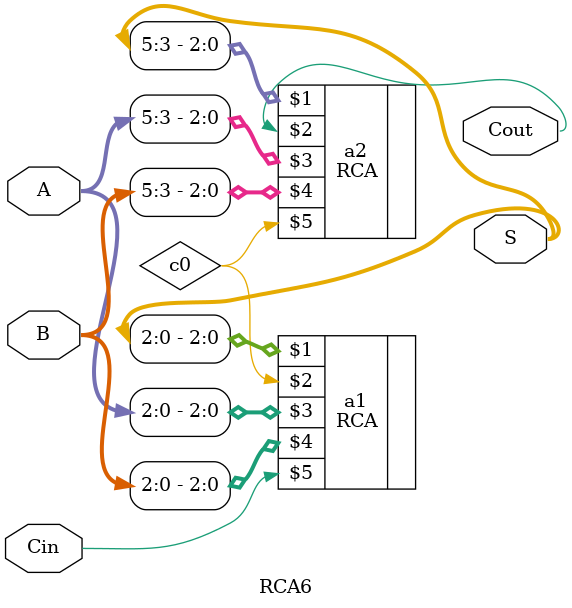
<source format=v>
module RCA6 (S, Cout, A, B, Cin);

	input [5:0] A, B;
	input Cin;
	output [5:0] S;
	output Cout;

	wire c0;

	RCA a1 (S[2:0], c0, A[2:0], B[2:0], Cin);
	RCA a2 (S[5:3], Cout, A[5:3], B[5:3], c0);

endmodule
</source>
